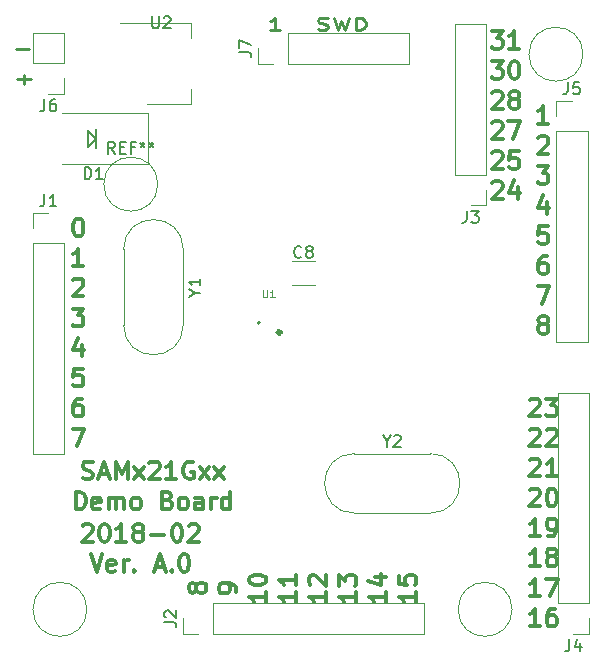
<source format=gto>
G04 #@! TF.FileFunction,Legend,Top*
%FSLAX46Y46*%
G04 Gerber Fmt 4.6, Leading zero omitted, Abs format (unit mm)*
G04 Created by KiCad (PCBNEW 4.0.6) date 02/27/18 09:20:59*
%MOMM*%
%LPD*%
G01*
G04 APERTURE LIST*
%ADD10C,0.100000*%
%ADD11C,0.200000*%
%ADD12C,0.300000*%
%ADD13C,0.250000*%
%ADD14C,0.120000*%
%ADD15C,0.170000*%
%ADD16C,0.400000*%
%ADD17C,0.150000*%
%ADD18C,0.050000*%
G04 APERTURE END LIST*
D10*
D11*
X117066060Y-70340220D02*
X117066060Y-71930260D01*
X117066060Y-71153020D02*
X116380260Y-70467220D01*
X116357400Y-71861680D02*
X117066060Y-71153020D01*
X116357400Y-70398640D02*
X116357400Y-71861680D01*
D12*
X115924630Y-103913629D02*
X115996059Y-103842200D01*
X116138916Y-103770771D01*
X116496059Y-103770771D01*
X116638916Y-103842200D01*
X116710345Y-103913629D01*
X116781773Y-104056486D01*
X116781773Y-104199343D01*
X116710345Y-104413629D01*
X115853202Y-105270771D01*
X116781773Y-105270771D01*
X117710344Y-103770771D02*
X117853201Y-103770771D01*
X117996058Y-103842200D01*
X118067487Y-103913629D01*
X118138916Y-104056486D01*
X118210344Y-104342200D01*
X118210344Y-104699343D01*
X118138916Y-104985057D01*
X118067487Y-105127914D01*
X117996058Y-105199343D01*
X117853201Y-105270771D01*
X117710344Y-105270771D01*
X117567487Y-105199343D01*
X117496058Y-105127914D01*
X117424630Y-104985057D01*
X117353201Y-104699343D01*
X117353201Y-104342200D01*
X117424630Y-104056486D01*
X117496058Y-103913629D01*
X117567487Y-103842200D01*
X117710344Y-103770771D01*
X119638915Y-105270771D02*
X118781772Y-105270771D01*
X119210344Y-105270771D02*
X119210344Y-103770771D01*
X119067487Y-103985057D01*
X118924629Y-104127914D01*
X118781772Y-104199343D01*
X120496058Y-104413629D02*
X120353200Y-104342200D01*
X120281772Y-104270771D01*
X120210343Y-104127914D01*
X120210343Y-104056486D01*
X120281772Y-103913629D01*
X120353200Y-103842200D01*
X120496058Y-103770771D01*
X120781772Y-103770771D01*
X120924629Y-103842200D01*
X120996058Y-103913629D01*
X121067486Y-104056486D01*
X121067486Y-104127914D01*
X120996058Y-104270771D01*
X120924629Y-104342200D01*
X120781772Y-104413629D01*
X120496058Y-104413629D01*
X120353200Y-104485057D01*
X120281772Y-104556486D01*
X120210343Y-104699343D01*
X120210343Y-104985057D01*
X120281772Y-105127914D01*
X120353200Y-105199343D01*
X120496058Y-105270771D01*
X120781772Y-105270771D01*
X120924629Y-105199343D01*
X120996058Y-105127914D01*
X121067486Y-104985057D01*
X121067486Y-104699343D01*
X120996058Y-104556486D01*
X120924629Y-104485057D01*
X120781772Y-104413629D01*
X121710343Y-104699343D02*
X122853200Y-104699343D01*
X123853200Y-103770771D02*
X123996057Y-103770771D01*
X124138914Y-103842200D01*
X124210343Y-103913629D01*
X124281772Y-104056486D01*
X124353200Y-104342200D01*
X124353200Y-104699343D01*
X124281772Y-104985057D01*
X124210343Y-105127914D01*
X124138914Y-105199343D01*
X123996057Y-105270771D01*
X123853200Y-105270771D01*
X123710343Y-105199343D01*
X123638914Y-105127914D01*
X123567486Y-104985057D01*
X123496057Y-104699343D01*
X123496057Y-104342200D01*
X123567486Y-104056486D01*
X123638914Y-103913629D01*
X123710343Y-103842200D01*
X123853200Y-103770771D01*
X124924628Y-103913629D02*
X124996057Y-103842200D01*
X125138914Y-103770771D01*
X125496057Y-103770771D01*
X125638914Y-103842200D01*
X125710343Y-103913629D01*
X125781771Y-104056486D01*
X125781771Y-104199343D01*
X125710343Y-104413629D01*
X124853200Y-105270771D01*
X125781771Y-105270771D01*
X116603201Y-106320771D02*
X117103201Y-107820771D01*
X117603201Y-106320771D01*
X118674629Y-107749343D02*
X118531772Y-107820771D01*
X118246058Y-107820771D01*
X118103201Y-107749343D01*
X118031772Y-107606486D01*
X118031772Y-107035057D01*
X118103201Y-106892200D01*
X118246058Y-106820771D01*
X118531772Y-106820771D01*
X118674629Y-106892200D01*
X118746058Y-107035057D01*
X118746058Y-107177914D01*
X118031772Y-107320771D01*
X119388915Y-107820771D02*
X119388915Y-106820771D01*
X119388915Y-107106486D02*
X119460343Y-106963629D01*
X119531772Y-106892200D01*
X119674629Y-106820771D01*
X119817486Y-106820771D01*
X120317486Y-107677914D02*
X120388914Y-107749343D01*
X120317486Y-107820771D01*
X120246057Y-107749343D01*
X120317486Y-107677914D01*
X120317486Y-107820771D01*
X122103200Y-107392200D02*
X122817486Y-107392200D01*
X121960343Y-107820771D02*
X122460343Y-106320771D01*
X122960343Y-107820771D01*
X123460343Y-107677914D02*
X123531771Y-107749343D01*
X123460343Y-107820771D01*
X123388914Y-107749343D01*
X123460343Y-107677914D01*
X123460343Y-107820771D01*
X124460343Y-106320771D02*
X124603200Y-106320771D01*
X124746057Y-106392200D01*
X124817486Y-106463629D01*
X124888915Y-106606486D01*
X124960343Y-106892200D01*
X124960343Y-107249343D01*
X124888915Y-107535057D01*
X124817486Y-107677914D01*
X124746057Y-107749343D01*
X124603200Y-107820771D01*
X124460343Y-107820771D01*
X124317486Y-107749343D01*
X124246057Y-107677914D01*
X124174629Y-107535057D01*
X124103200Y-107249343D01*
X124103200Y-106892200D01*
X124174629Y-106606486D01*
X124246057Y-106463629D01*
X124317486Y-106392200D01*
X124460343Y-106320771D01*
X150550715Y-62043571D02*
X151479286Y-62043571D01*
X150979286Y-62615000D01*
X151193572Y-62615000D01*
X151336429Y-62686429D01*
X151407858Y-62757857D01*
X151479286Y-62900714D01*
X151479286Y-63257857D01*
X151407858Y-63400714D01*
X151336429Y-63472143D01*
X151193572Y-63543571D01*
X150765000Y-63543571D01*
X150622143Y-63472143D01*
X150550715Y-63400714D01*
X152907857Y-63543571D02*
X152050714Y-63543571D01*
X152479286Y-63543571D02*
X152479286Y-62043571D01*
X152336429Y-62257857D01*
X152193571Y-62400714D01*
X152050714Y-62472143D01*
X150550715Y-64583571D02*
X151479286Y-64583571D01*
X150979286Y-65155000D01*
X151193572Y-65155000D01*
X151336429Y-65226429D01*
X151407858Y-65297857D01*
X151479286Y-65440714D01*
X151479286Y-65797857D01*
X151407858Y-65940714D01*
X151336429Y-66012143D01*
X151193572Y-66083571D01*
X150765000Y-66083571D01*
X150622143Y-66012143D01*
X150550715Y-65940714D01*
X152407857Y-64583571D02*
X152550714Y-64583571D01*
X152693571Y-64655000D01*
X152765000Y-64726429D01*
X152836429Y-64869286D01*
X152907857Y-65155000D01*
X152907857Y-65512143D01*
X152836429Y-65797857D01*
X152765000Y-65940714D01*
X152693571Y-66012143D01*
X152550714Y-66083571D01*
X152407857Y-66083571D01*
X152265000Y-66012143D01*
X152193571Y-65940714D01*
X152122143Y-65797857D01*
X152050714Y-65512143D01*
X152050714Y-65155000D01*
X152122143Y-64869286D01*
X152193571Y-64726429D01*
X152265000Y-64655000D01*
X152407857Y-64583571D01*
X150622143Y-67266429D02*
X150693572Y-67195000D01*
X150836429Y-67123571D01*
X151193572Y-67123571D01*
X151336429Y-67195000D01*
X151407858Y-67266429D01*
X151479286Y-67409286D01*
X151479286Y-67552143D01*
X151407858Y-67766429D01*
X150550715Y-68623571D01*
X151479286Y-68623571D01*
X152336429Y-67766429D02*
X152193571Y-67695000D01*
X152122143Y-67623571D01*
X152050714Y-67480714D01*
X152050714Y-67409286D01*
X152122143Y-67266429D01*
X152193571Y-67195000D01*
X152336429Y-67123571D01*
X152622143Y-67123571D01*
X152765000Y-67195000D01*
X152836429Y-67266429D01*
X152907857Y-67409286D01*
X152907857Y-67480714D01*
X152836429Y-67623571D01*
X152765000Y-67695000D01*
X152622143Y-67766429D01*
X152336429Y-67766429D01*
X152193571Y-67837857D01*
X152122143Y-67909286D01*
X152050714Y-68052143D01*
X152050714Y-68337857D01*
X152122143Y-68480714D01*
X152193571Y-68552143D01*
X152336429Y-68623571D01*
X152622143Y-68623571D01*
X152765000Y-68552143D01*
X152836429Y-68480714D01*
X152907857Y-68337857D01*
X152907857Y-68052143D01*
X152836429Y-67909286D01*
X152765000Y-67837857D01*
X152622143Y-67766429D01*
X150622143Y-69806429D02*
X150693572Y-69735000D01*
X150836429Y-69663571D01*
X151193572Y-69663571D01*
X151336429Y-69735000D01*
X151407858Y-69806429D01*
X151479286Y-69949286D01*
X151479286Y-70092143D01*
X151407858Y-70306429D01*
X150550715Y-71163571D01*
X151479286Y-71163571D01*
X151979286Y-69663571D02*
X152979286Y-69663571D01*
X152336429Y-71163571D01*
X150622143Y-72346429D02*
X150693572Y-72275000D01*
X150836429Y-72203571D01*
X151193572Y-72203571D01*
X151336429Y-72275000D01*
X151407858Y-72346429D01*
X151479286Y-72489286D01*
X151479286Y-72632143D01*
X151407858Y-72846429D01*
X150550715Y-73703571D01*
X151479286Y-73703571D01*
X152836429Y-72203571D02*
X152122143Y-72203571D01*
X152050714Y-72917857D01*
X152122143Y-72846429D01*
X152265000Y-72775000D01*
X152622143Y-72775000D01*
X152765000Y-72846429D01*
X152836429Y-72917857D01*
X152907857Y-73060714D01*
X152907857Y-73417857D01*
X152836429Y-73560714D01*
X152765000Y-73632143D01*
X152622143Y-73703571D01*
X152265000Y-73703571D01*
X152122143Y-73632143D01*
X152050714Y-73560714D01*
X150622143Y-74886429D02*
X150693572Y-74815000D01*
X150836429Y-74743571D01*
X151193572Y-74743571D01*
X151336429Y-74815000D01*
X151407858Y-74886429D01*
X151479286Y-75029286D01*
X151479286Y-75172143D01*
X151407858Y-75386429D01*
X150550715Y-76243571D01*
X151479286Y-76243571D01*
X152765000Y-75243571D02*
X152765000Y-76243571D01*
X152407857Y-74672143D02*
X152050714Y-75743571D01*
X152979286Y-75743571D01*
X115940629Y-99916143D02*
X116154915Y-99987571D01*
X116512058Y-99987571D01*
X116654915Y-99916143D01*
X116726344Y-99844714D01*
X116797772Y-99701857D01*
X116797772Y-99559000D01*
X116726344Y-99416143D01*
X116654915Y-99344714D01*
X116512058Y-99273286D01*
X116226344Y-99201857D01*
X116083486Y-99130429D01*
X116012058Y-99059000D01*
X115940629Y-98916143D01*
X115940629Y-98773286D01*
X116012058Y-98630429D01*
X116083486Y-98559000D01*
X116226344Y-98487571D01*
X116583486Y-98487571D01*
X116797772Y-98559000D01*
X117369200Y-99559000D02*
X118083486Y-99559000D01*
X117226343Y-99987571D02*
X117726343Y-98487571D01*
X118226343Y-99987571D01*
X118726343Y-99987571D02*
X118726343Y-98487571D01*
X119226343Y-99559000D01*
X119726343Y-98487571D01*
X119726343Y-99987571D01*
X120297772Y-99987571D02*
X121083486Y-98987571D01*
X120297772Y-98987571D02*
X121083486Y-99987571D01*
X121583486Y-98630429D02*
X121654915Y-98559000D01*
X121797772Y-98487571D01*
X122154915Y-98487571D01*
X122297772Y-98559000D01*
X122369201Y-98630429D01*
X122440629Y-98773286D01*
X122440629Y-98916143D01*
X122369201Y-99130429D01*
X121512058Y-99987571D01*
X122440629Y-99987571D01*
X123869200Y-99987571D02*
X123012057Y-99987571D01*
X123440629Y-99987571D02*
X123440629Y-98487571D01*
X123297772Y-98701857D01*
X123154914Y-98844714D01*
X123012057Y-98916143D01*
X125297771Y-98559000D02*
X125154914Y-98487571D01*
X124940628Y-98487571D01*
X124726343Y-98559000D01*
X124583485Y-98701857D01*
X124512057Y-98844714D01*
X124440628Y-99130429D01*
X124440628Y-99344714D01*
X124512057Y-99630429D01*
X124583485Y-99773286D01*
X124726343Y-99916143D01*
X124940628Y-99987571D01*
X125083485Y-99987571D01*
X125297771Y-99916143D01*
X125369200Y-99844714D01*
X125369200Y-99344714D01*
X125083485Y-99344714D01*
X125869200Y-99987571D02*
X126654914Y-98987571D01*
X125869200Y-98987571D02*
X126654914Y-99987571D01*
X127083486Y-99987571D02*
X127869200Y-98987571D01*
X127083486Y-98987571D02*
X127869200Y-99987571D01*
X115333486Y-102537571D02*
X115333486Y-101037571D01*
X115690629Y-101037571D01*
X115904914Y-101109000D01*
X116047772Y-101251857D01*
X116119200Y-101394714D01*
X116190629Y-101680429D01*
X116190629Y-101894714D01*
X116119200Y-102180429D01*
X116047772Y-102323286D01*
X115904914Y-102466143D01*
X115690629Y-102537571D01*
X115333486Y-102537571D01*
X117404914Y-102466143D02*
X117262057Y-102537571D01*
X116976343Y-102537571D01*
X116833486Y-102466143D01*
X116762057Y-102323286D01*
X116762057Y-101751857D01*
X116833486Y-101609000D01*
X116976343Y-101537571D01*
X117262057Y-101537571D01*
X117404914Y-101609000D01*
X117476343Y-101751857D01*
X117476343Y-101894714D01*
X116762057Y-102037571D01*
X118119200Y-102537571D02*
X118119200Y-101537571D01*
X118119200Y-101680429D02*
X118190628Y-101609000D01*
X118333486Y-101537571D01*
X118547771Y-101537571D01*
X118690628Y-101609000D01*
X118762057Y-101751857D01*
X118762057Y-102537571D01*
X118762057Y-101751857D02*
X118833486Y-101609000D01*
X118976343Y-101537571D01*
X119190628Y-101537571D01*
X119333486Y-101609000D01*
X119404914Y-101751857D01*
X119404914Y-102537571D01*
X120333486Y-102537571D02*
X120190628Y-102466143D01*
X120119200Y-102394714D01*
X120047771Y-102251857D01*
X120047771Y-101823286D01*
X120119200Y-101680429D01*
X120190628Y-101609000D01*
X120333486Y-101537571D01*
X120547771Y-101537571D01*
X120690628Y-101609000D01*
X120762057Y-101680429D01*
X120833486Y-101823286D01*
X120833486Y-102251857D01*
X120762057Y-102394714D01*
X120690628Y-102466143D01*
X120547771Y-102537571D01*
X120333486Y-102537571D01*
X123119200Y-101751857D02*
X123333486Y-101823286D01*
X123404914Y-101894714D01*
X123476343Y-102037571D01*
X123476343Y-102251857D01*
X123404914Y-102394714D01*
X123333486Y-102466143D01*
X123190628Y-102537571D01*
X122619200Y-102537571D01*
X122619200Y-101037571D01*
X123119200Y-101037571D01*
X123262057Y-101109000D01*
X123333486Y-101180429D01*
X123404914Y-101323286D01*
X123404914Y-101466143D01*
X123333486Y-101609000D01*
X123262057Y-101680429D01*
X123119200Y-101751857D01*
X122619200Y-101751857D01*
X124333486Y-102537571D02*
X124190628Y-102466143D01*
X124119200Y-102394714D01*
X124047771Y-102251857D01*
X124047771Y-101823286D01*
X124119200Y-101680429D01*
X124190628Y-101609000D01*
X124333486Y-101537571D01*
X124547771Y-101537571D01*
X124690628Y-101609000D01*
X124762057Y-101680429D01*
X124833486Y-101823286D01*
X124833486Y-102251857D01*
X124762057Y-102394714D01*
X124690628Y-102466143D01*
X124547771Y-102537571D01*
X124333486Y-102537571D01*
X126119200Y-102537571D02*
X126119200Y-101751857D01*
X126047771Y-101609000D01*
X125904914Y-101537571D01*
X125619200Y-101537571D01*
X125476343Y-101609000D01*
X126119200Y-102466143D02*
X125976343Y-102537571D01*
X125619200Y-102537571D01*
X125476343Y-102466143D01*
X125404914Y-102323286D01*
X125404914Y-102180429D01*
X125476343Y-102037571D01*
X125619200Y-101966143D01*
X125976343Y-101966143D01*
X126119200Y-101894714D01*
X126833486Y-102537571D02*
X126833486Y-101537571D01*
X126833486Y-101823286D02*
X126904914Y-101680429D01*
X126976343Y-101609000D01*
X127119200Y-101537571D01*
X127262057Y-101537571D01*
X128404914Y-102537571D02*
X128404914Y-101037571D01*
X128404914Y-102466143D02*
X128262057Y-102537571D01*
X127976343Y-102537571D01*
X127833485Y-102466143D01*
X127762057Y-102394714D01*
X127690628Y-102251857D01*
X127690628Y-101823286D01*
X127762057Y-101680429D01*
X127833485Y-101609000D01*
X127976343Y-101537571D01*
X128262057Y-101537571D01*
X128404914Y-101609000D01*
X155368572Y-69893571D02*
X154511429Y-69893571D01*
X154940001Y-69893571D02*
X154940001Y-68393571D01*
X154797144Y-68607857D01*
X154654286Y-68750714D01*
X154511429Y-68822143D01*
X154511429Y-71076429D02*
X154582858Y-71005000D01*
X154725715Y-70933571D01*
X155082858Y-70933571D01*
X155225715Y-71005000D01*
X155297144Y-71076429D01*
X155368572Y-71219286D01*
X155368572Y-71362143D01*
X155297144Y-71576429D01*
X154440001Y-72433571D01*
X155368572Y-72433571D01*
X154440001Y-73473571D02*
X155368572Y-73473571D01*
X154868572Y-74045000D01*
X155082858Y-74045000D01*
X155225715Y-74116429D01*
X155297144Y-74187857D01*
X155368572Y-74330714D01*
X155368572Y-74687857D01*
X155297144Y-74830714D01*
X155225715Y-74902143D01*
X155082858Y-74973571D01*
X154654286Y-74973571D01*
X154511429Y-74902143D01*
X154440001Y-74830714D01*
X155225715Y-76513571D02*
X155225715Y-77513571D01*
X154868572Y-75942143D02*
X154511429Y-77013571D01*
X155440001Y-77013571D01*
X155297144Y-78553571D02*
X154582858Y-78553571D01*
X154511429Y-79267857D01*
X154582858Y-79196429D01*
X154725715Y-79125000D01*
X155082858Y-79125000D01*
X155225715Y-79196429D01*
X155297144Y-79267857D01*
X155368572Y-79410714D01*
X155368572Y-79767857D01*
X155297144Y-79910714D01*
X155225715Y-79982143D01*
X155082858Y-80053571D01*
X154725715Y-80053571D01*
X154582858Y-79982143D01*
X154511429Y-79910714D01*
X155225715Y-81093571D02*
X154940001Y-81093571D01*
X154797144Y-81165000D01*
X154725715Y-81236429D01*
X154582858Y-81450714D01*
X154511429Y-81736429D01*
X154511429Y-82307857D01*
X154582858Y-82450714D01*
X154654286Y-82522143D01*
X154797144Y-82593571D01*
X155082858Y-82593571D01*
X155225715Y-82522143D01*
X155297144Y-82450714D01*
X155368572Y-82307857D01*
X155368572Y-81950714D01*
X155297144Y-81807857D01*
X155225715Y-81736429D01*
X155082858Y-81665000D01*
X154797144Y-81665000D01*
X154654286Y-81736429D01*
X154582858Y-81807857D01*
X154511429Y-81950714D01*
X154440001Y-83633571D02*
X155440001Y-83633571D01*
X154797144Y-85133571D01*
X115498572Y-77918571D02*
X115641429Y-77918571D01*
X115784286Y-77990000D01*
X115855715Y-78061429D01*
X115927144Y-78204286D01*
X115998572Y-78490000D01*
X115998572Y-78847143D01*
X115927144Y-79132857D01*
X115855715Y-79275714D01*
X115784286Y-79347143D01*
X115641429Y-79418571D01*
X115498572Y-79418571D01*
X115355715Y-79347143D01*
X115284286Y-79275714D01*
X115212858Y-79132857D01*
X115141429Y-78847143D01*
X115141429Y-78490000D01*
X115212858Y-78204286D01*
X115284286Y-78061429D01*
X115355715Y-77990000D01*
X115498572Y-77918571D01*
X115998572Y-81958571D02*
X115141429Y-81958571D01*
X115570001Y-81958571D02*
X115570001Y-80458571D01*
X115427144Y-80672857D01*
X115284286Y-80815714D01*
X115141429Y-80887143D01*
X115141429Y-83141429D02*
X115212858Y-83070000D01*
X115355715Y-82998571D01*
X115712858Y-82998571D01*
X115855715Y-83070000D01*
X115927144Y-83141429D01*
X115998572Y-83284286D01*
X115998572Y-83427143D01*
X115927144Y-83641429D01*
X115070001Y-84498571D01*
X115998572Y-84498571D01*
X115070001Y-85538571D02*
X115998572Y-85538571D01*
X115498572Y-86110000D01*
X115712858Y-86110000D01*
X115855715Y-86181429D01*
X115927144Y-86252857D01*
X115998572Y-86395714D01*
X115998572Y-86752857D01*
X115927144Y-86895714D01*
X115855715Y-86967143D01*
X115712858Y-87038571D01*
X115284286Y-87038571D01*
X115141429Y-86967143D01*
X115070001Y-86895714D01*
X115855715Y-88578571D02*
X115855715Y-89578571D01*
X115498572Y-88007143D02*
X115141429Y-89078571D01*
X116070001Y-89078571D01*
X115927144Y-90618571D02*
X115212858Y-90618571D01*
X115141429Y-91332857D01*
X115212858Y-91261429D01*
X115355715Y-91190000D01*
X115712858Y-91190000D01*
X115855715Y-91261429D01*
X115927144Y-91332857D01*
X115998572Y-91475714D01*
X115998572Y-91832857D01*
X115927144Y-91975714D01*
X115855715Y-92047143D01*
X115712858Y-92118571D01*
X115355715Y-92118571D01*
X115212858Y-92047143D01*
X115141429Y-91975714D01*
X115855715Y-93158571D02*
X115570001Y-93158571D01*
X115427144Y-93230000D01*
X115355715Y-93301429D01*
X115212858Y-93515714D01*
X115141429Y-93801429D01*
X115141429Y-94372857D01*
X115212858Y-94515714D01*
X115284286Y-94587143D01*
X115427144Y-94658571D01*
X115712858Y-94658571D01*
X115855715Y-94587143D01*
X115927144Y-94515714D01*
X115998572Y-94372857D01*
X115998572Y-94015714D01*
X115927144Y-93872857D01*
X115855715Y-93801429D01*
X115712858Y-93730000D01*
X115427144Y-93730000D01*
X115284286Y-93801429D01*
X115212858Y-93872857D01*
X115141429Y-94015714D01*
X115070001Y-95698571D02*
X116070001Y-95698571D01*
X115427144Y-97198571D01*
X144188571Y-109505714D02*
X144188571Y-110362857D01*
X144188571Y-109934285D02*
X142688571Y-109934285D01*
X142902857Y-110077142D01*
X143045714Y-110220000D01*
X143117143Y-110362857D01*
X142688571Y-108148571D02*
X142688571Y-108862857D01*
X143402857Y-108934286D01*
X143331429Y-108862857D01*
X143260000Y-108720000D01*
X143260000Y-108362857D01*
X143331429Y-108220000D01*
X143402857Y-108148571D01*
X143545714Y-108077143D01*
X143902857Y-108077143D01*
X144045714Y-108148571D01*
X144117143Y-108220000D01*
X144188571Y-108362857D01*
X144188571Y-108720000D01*
X144117143Y-108862857D01*
X144045714Y-108934286D01*
X141648571Y-109505714D02*
X141648571Y-110362857D01*
X141648571Y-109934285D02*
X140148571Y-109934285D01*
X140362857Y-110077142D01*
X140505714Y-110220000D01*
X140577143Y-110362857D01*
X140648571Y-108220000D02*
X141648571Y-108220000D01*
X140077143Y-108577143D02*
X141148571Y-108934286D01*
X141148571Y-108005714D01*
X139108571Y-109505714D02*
X139108571Y-110362857D01*
X139108571Y-109934285D02*
X137608571Y-109934285D01*
X137822857Y-110077142D01*
X137965714Y-110220000D01*
X138037143Y-110362857D01*
X137608571Y-109005714D02*
X137608571Y-108077143D01*
X138180000Y-108577143D01*
X138180000Y-108362857D01*
X138251429Y-108220000D01*
X138322857Y-108148571D01*
X138465714Y-108077143D01*
X138822857Y-108077143D01*
X138965714Y-108148571D01*
X139037143Y-108220000D01*
X139108571Y-108362857D01*
X139108571Y-108791429D01*
X139037143Y-108934286D01*
X138965714Y-109005714D01*
X136568571Y-109505714D02*
X136568571Y-110362857D01*
X136568571Y-109934285D02*
X135068571Y-109934285D01*
X135282857Y-110077142D01*
X135425714Y-110220000D01*
X135497143Y-110362857D01*
X135211429Y-108934286D02*
X135140000Y-108862857D01*
X135068571Y-108720000D01*
X135068571Y-108362857D01*
X135140000Y-108220000D01*
X135211429Y-108148571D01*
X135354286Y-108077143D01*
X135497143Y-108077143D01*
X135711429Y-108148571D01*
X136568571Y-109005714D01*
X136568571Y-108077143D01*
X134028571Y-109505714D02*
X134028571Y-110362857D01*
X134028571Y-109934285D02*
X132528571Y-109934285D01*
X132742857Y-110077142D01*
X132885714Y-110220000D01*
X132957143Y-110362857D01*
X134028571Y-108077143D02*
X134028571Y-108934286D01*
X134028571Y-108505714D02*
X132528571Y-108505714D01*
X132742857Y-108648571D01*
X132885714Y-108791429D01*
X132957143Y-108934286D01*
X131488571Y-109505714D02*
X131488571Y-110362857D01*
X131488571Y-109934285D02*
X129988571Y-109934285D01*
X130202857Y-110077142D01*
X130345714Y-110220000D01*
X130417143Y-110362857D01*
X129988571Y-108577143D02*
X129988571Y-108434286D01*
X130060000Y-108291429D01*
X130131429Y-108220000D01*
X130274286Y-108148571D01*
X130560000Y-108077143D01*
X130917143Y-108077143D01*
X131202857Y-108148571D01*
X131345714Y-108220000D01*
X131417143Y-108291429D01*
X131488571Y-108434286D01*
X131488571Y-108577143D01*
X131417143Y-108720000D01*
X131345714Y-108791429D01*
X131202857Y-108862857D01*
X130917143Y-108934286D01*
X130560000Y-108934286D01*
X130274286Y-108862857D01*
X130131429Y-108791429D01*
X130060000Y-108720000D01*
X129988571Y-108577143D01*
X128948571Y-109505714D02*
X128948571Y-109219999D01*
X128877143Y-109077142D01*
X128805714Y-109005714D01*
X128591429Y-108862856D01*
X128305714Y-108791428D01*
X127734286Y-108791428D01*
X127591429Y-108862856D01*
X127520000Y-108934285D01*
X127448571Y-109077142D01*
X127448571Y-109362856D01*
X127520000Y-109505714D01*
X127591429Y-109577142D01*
X127734286Y-109648571D01*
X128091429Y-109648571D01*
X128234286Y-109577142D01*
X128305714Y-109505714D01*
X128377143Y-109362856D01*
X128377143Y-109077142D01*
X128305714Y-108934285D01*
X128234286Y-108862856D01*
X128091429Y-108791428D01*
X125551429Y-109312056D02*
X125480000Y-109454914D01*
X125408571Y-109526342D01*
X125265714Y-109597771D01*
X125194286Y-109597771D01*
X125051429Y-109526342D01*
X124980000Y-109454914D01*
X124908571Y-109312056D01*
X124908571Y-109026342D01*
X124980000Y-108883485D01*
X125051429Y-108812056D01*
X125194286Y-108740628D01*
X125265714Y-108740628D01*
X125408571Y-108812056D01*
X125480000Y-108883485D01*
X125551429Y-109026342D01*
X125551429Y-109312056D01*
X125622857Y-109454914D01*
X125694286Y-109526342D01*
X125837143Y-109597771D01*
X126122857Y-109597771D01*
X126265714Y-109526342D01*
X126337143Y-109454914D01*
X126408571Y-109312056D01*
X126408571Y-109026342D01*
X126337143Y-108883485D01*
X126265714Y-108812056D01*
X126122857Y-108740628D01*
X125837143Y-108740628D01*
X125694286Y-108812056D01*
X125622857Y-108883485D01*
X125551429Y-109026342D01*
D13*
X110274172Y-63571429D02*
X111417029Y-63571429D01*
X110375772Y-66111429D02*
X111518629Y-66111429D01*
X110947200Y-66492381D02*
X110947200Y-65730476D01*
X132610172Y-61920381D02*
X131753029Y-61920381D01*
X132181601Y-61920381D02*
X132181601Y-60920381D01*
X132038744Y-61063238D01*
X131895886Y-61158476D01*
X131753029Y-61206095D01*
X135835486Y-61872762D02*
X136049772Y-61920381D01*
X136406915Y-61920381D01*
X136549772Y-61872762D01*
X136621201Y-61825143D01*
X136692629Y-61729905D01*
X136692629Y-61634667D01*
X136621201Y-61539429D01*
X136549772Y-61491810D01*
X136406915Y-61444190D01*
X136121201Y-61396571D01*
X135978343Y-61348952D01*
X135906915Y-61301333D01*
X135835486Y-61206095D01*
X135835486Y-61110857D01*
X135906915Y-61015619D01*
X135978343Y-60968000D01*
X136121201Y-60920381D01*
X136478343Y-60920381D01*
X136692629Y-60968000D01*
X137192629Y-60920381D02*
X137549772Y-61920381D01*
X137835486Y-61206095D01*
X138121200Y-61920381D01*
X138478343Y-60920381D01*
X139049772Y-61920381D02*
X139049772Y-60920381D01*
X139406915Y-60920381D01*
X139621200Y-60968000D01*
X139764058Y-61063238D01*
X139835486Y-61158476D01*
X139906915Y-61348952D01*
X139906915Y-61491810D01*
X139835486Y-61682286D01*
X139764058Y-61777524D01*
X139621200Y-61872762D01*
X139406915Y-61920381D01*
X139049772Y-61920381D01*
D12*
X154797144Y-86816429D02*
X154654286Y-86745000D01*
X154582858Y-86673571D01*
X154511429Y-86530714D01*
X154511429Y-86459286D01*
X154582858Y-86316429D01*
X154654286Y-86245000D01*
X154797144Y-86173571D01*
X155082858Y-86173571D01*
X155225715Y-86245000D01*
X155297144Y-86316429D01*
X155368572Y-86459286D01*
X155368572Y-86530714D01*
X155297144Y-86673571D01*
X155225715Y-86745000D01*
X155082858Y-86816429D01*
X154797144Y-86816429D01*
X154654286Y-86887857D01*
X154582858Y-86959286D01*
X154511429Y-87102143D01*
X154511429Y-87387857D01*
X154582858Y-87530714D01*
X154654286Y-87602143D01*
X154797144Y-87673571D01*
X155082858Y-87673571D01*
X155225715Y-87602143D01*
X155297144Y-87530714D01*
X155368572Y-87387857D01*
X155368572Y-87102143D01*
X155297144Y-86959286D01*
X155225715Y-86887857D01*
X155082858Y-86816429D01*
X153797143Y-93301429D02*
X153868572Y-93230000D01*
X154011429Y-93158571D01*
X154368572Y-93158571D01*
X154511429Y-93230000D01*
X154582858Y-93301429D01*
X154654286Y-93444286D01*
X154654286Y-93587143D01*
X154582858Y-93801429D01*
X153725715Y-94658571D01*
X154654286Y-94658571D01*
X155154286Y-93158571D02*
X156082857Y-93158571D01*
X155582857Y-93730000D01*
X155797143Y-93730000D01*
X155940000Y-93801429D01*
X156011429Y-93872857D01*
X156082857Y-94015714D01*
X156082857Y-94372857D01*
X156011429Y-94515714D01*
X155940000Y-94587143D01*
X155797143Y-94658571D01*
X155368571Y-94658571D01*
X155225714Y-94587143D01*
X155154286Y-94515714D01*
X153797143Y-95841429D02*
X153868572Y-95770000D01*
X154011429Y-95698571D01*
X154368572Y-95698571D01*
X154511429Y-95770000D01*
X154582858Y-95841429D01*
X154654286Y-95984286D01*
X154654286Y-96127143D01*
X154582858Y-96341429D01*
X153725715Y-97198571D01*
X154654286Y-97198571D01*
X155225714Y-95841429D02*
X155297143Y-95770000D01*
X155440000Y-95698571D01*
X155797143Y-95698571D01*
X155940000Y-95770000D01*
X156011429Y-95841429D01*
X156082857Y-95984286D01*
X156082857Y-96127143D01*
X156011429Y-96341429D01*
X155154286Y-97198571D01*
X156082857Y-97198571D01*
X153797143Y-98381429D02*
X153868572Y-98310000D01*
X154011429Y-98238571D01*
X154368572Y-98238571D01*
X154511429Y-98310000D01*
X154582858Y-98381429D01*
X154654286Y-98524286D01*
X154654286Y-98667143D01*
X154582858Y-98881429D01*
X153725715Y-99738571D01*
X154654286Y-99738571D01*
X156082857Y-99738571D02*
X155225714Y-99738571D01*
X155654286Y-99738571D02*
X155654286Y-98238571D01*
X155511429Y-98452857D01*
X155368571Y-98595714D01*
X155225714Y-98667143D01*
X153797143Y-100921429D02*
X153868572Y-100850000D01*
X154011429Y-100778571D01*
X154368572Y-100778571D01*
X154511429Y-100850000D01*
X154582858Y-100921429D01*
X154654286Y-101064286D01*
X154654286Y-101207143D01*
X154582858Y-101421429D01*
X153725715Y-102278571D01*
X154654286Y-102278571D01*
X155582857Y-100778571D02*
X155725714Y-100778571D01*
X155868571Y-100850000D01*
X155940000Y-100921429D01*
X156011429Y-101064286D01*
X156082857Y-101350000D01*
X156082857Y-101707143D01*
X156011429Y-101992857D01*
X155940000Y-102135714D01*
X155868571Y-102207143D01*
X155725714Y-102278571D01*
X155582857Y-102278571D01*
X155440000Y-102207143D01*
X155368571Y-102135714D01*
X155297143Y-101992857D01*
X155225714Y-101707143D01*
X155225714Y-101350000D01*
X155297143Y-101064286D01*
X155368571Y-100921429D01*
X155440000Y-100850000D01*
X155582857Y-100778571D01*
X154654286Y-104818571D02*
X153797143Y-104818571D01*
X154225715Y-104818571D02*
X154225715Y-103318571D01*
X154082858Y-103532857D01*
X153940000Y-103675714D01*
X153797143Y-103747143D01*
X155368571Y-104818571D02*
X155654286Y-104818571D01*
X155797143Y-104747143D01*
X155868571Y-104675714D01*
X156011429Y-104461429D01*
X156082857Y-104175714D01*
X156082857Y-103604286D01*
X156011429Y-103461429D01*
X155940000Y-103390000D01*
X155797143Y-103318571D01*
X155511429Y-103318571D01*
X155368571Y-103390000D01*
X155297143Y-103461429D01*
X155225714Y-103604286D01*
X155225714Y-103961429D01*
X155297143Y-104104286D01*
X155368571Y-104175714D01*
X155511429Y-104247143D01*
X155797143Y-104247143D01*
X155940000Y-104175714D01*
X156011429Y-104104286D01*
X156082857Y-103961429D01*
X154654286Y-107358571D02*
X153797143Y-107358571D01*
X154225715Y-107358571D02*
X154225715Y-105858571D01*
X154082858Y-106072857D01*
X153940000Y-106215714D01*
X153797143Y-106287143D01*
X155511429Y-106501429D02*
X155368571Y-106430000D01*
X155297143Y-106358571D01*
X155225714Y-106215714D01*
X155225714Y-106144286D01*
X155297143Y-106001429D01*
X155368571Y-105930000D01*
X155511429Y-105858571D01*
X155797143Y-105858571D01*
X155940000Y-105930000D01*
X156011429Y-106001429D01*
X156082857Y-106144286D01*
X156082857Y-106215714D01*
X156011429Y-106358571D01*
X155940000Y-106430000D01*
X155797143Y-106501429D01*
X155511429Y-106501429D01*
X155368571Y-106572857D01*
X155297143Y-106644286D01*
X155225714Y-106787143D01*
X155225714Y-107072857D01*
X155297143Y-107215714D01*
X155368571Y-107287143D01*
X155511429Y-107358571D01*
X155797143Y-107358571D01*
X155940000Y-107287143D01*
X156011429Y-107215714D01*
X156082857Y-107072857D01*
X156082857Y-106787143D01*
X156011429Y-106644286D01*
X155940000Y-106572857D01*
X155797143Y-106501429D01*
X154654286Y-109898571D02*
X153797143Y-109898571D01*
X154225715Y-109898571D02*
X154225715Y-108398571D01*
X154082858Y-108612857D01*
X153940000Y-108755714D01*
X153797143Y-108827143D01*
X155154286Y-108398571D02*
X156154286Y-108398571D01*
X155511429Y-109898571D01*
X154654286Y-112438571D02*
X153797143Y-112438571D01*
X154225715Y-112438571D02*
X154225715Y-110938571D01*
X154082858Y-111152857D01*
X153940000Y-111295714D01*
X153797143Y-111367143D01*
X155940000Y-110938571D02*
X155654286Y-110938571D01*
X155511429Y-111010000D01*
X155440000Y-111081429D01*
X155297143Y-111295714D01*
X155225714Y-111581429D01*
X155225714Y-112152857D01*
X155297143Y-112295714D01*
X155368571Y-112367143D01*
X155511429Y-112438571D01*
X155797143Y-112438571D01*
X155940000Y-112367143D01*
X156011429Y-112295714D01*
X156082857Y-112152857D01*
X156082857Y-111795714D01*
X156011429Y-111652857D01*
X155940000Y-111581429D01*
X155797143Y-111510000D01*
X155511429Y-111510000D01*
X155368571Y-111581429D01*
X155297143Y-111652857D01*
X155225714Y-111795714D01*
D14*
X158286000Y-64000000D02*
G75*
G03X158286000Y-64000000I-2286000J0D01*
G01*
X121440000Y-73270000D02*
X121440000Y-68970000D01*
X121440000Y-68970000D02*
X114140000Y-68970000D01*
X121440000Y-73270000D02*
X114140000Y-73270000D01*
X125100000Y-68180000D02*
X125100000Y-66920000D01*
X125100000Y-61360000D02*
X125100000Y-62620000D01*
X121340000Y-68180000D02*
X125100000Y-68180000D01*
X119090000Y-61360000D02*
X125100000Y-61360000D01*
X135620000Y-81530000D02*
X133620000Y-81530000D01*
X133620000Y-83570000D02*
X135620000Y-83570000D01*
X114360000Y-62170000D02*
X111700000Y-62170000D01*
X114360000Y-64770000D02*
X114360000Y-62170000D01*
X111700000Y-64770000D02*
X111700000Y-62170000D01*
X114360000Y-64770000D02*
X111700000Y-64770000D01*
X114360000Y-66040000D02*
X114360000Y-67370000D01*
X114360000Y-67370000D02*
X113030000Y-67370000D01*
D15*
X130930000Y-86717000D02*
G75*
G03X130930000Y-86717000I-100000J0D01*
G01*
D16*
X132684000Y-87542000D02*
G75*
G03X132684000Y-87542000I-127000J0D01*
G01*
D14*
X124445000Y-80520000D02*
X124445000Y-86920000D01*
X119395000Y-80520000D02*
X119395000Y-86920000D01*
X119395000Y-80520000D02*
G75*
G02X124445000Y-80520000I2525000J0D01*
G01*
X119395000Y-86920000D02*
G75*
G03X124445000Y-86920000I2525000J0D01*
G01*
X138940000Y-97805000D02*
X145340000Y-97805000D01*
X138940000Y-102855000D02*
X145340000Y-102855000D01*
X138940000Y-102855000D02*
G75*
G02X138940000Y-97805000I0J2525000D01*
G01*
X145340000Y-102855000D02*
G75*
G03X145340000Y-97805000I0J2525000D01*
G01*
X111700000Y-97850000D02*
X114360000Y-97850000D01*
X111700000Y-80010000D02*
X111700000Y-97850000D01*
X114360000Y-80010000D02*
X114360000Y-97850000D01*
X111700000Y-80010000D02*
X114360000Y-80010000D01*
X111700000Y-78740000D02*
X111700000Y-77410000D01*
X111700000Y-77410000D02*
X113030000Y-77410000D01*
X144840000Y-113090000D02*
X144840000Y-110430000D01*
X127000000Y-113090000D02*
X144840000Y-113090000D01*
X127000000Y-110430000D02*
X144840000Y-110430000D01*
X127000000Y-113090000D02*
X127000000Y-110430000D01*
X125730000Y-113090000D02*
X124400000Y-113090000D01*
X124400000Y-113090000D02*
X124400000Y-111760000D01*
X150110500Y-61446100D02*
X147450500Y-61446100D01*
X150110500Y-74206100D02*
X150110500Y-61446100D01*
X147450500Y-74206100D02*
X147450500Y-61446100D01*
X150110500Y-74206100D02*
X147450500Y-74206100D01*
X150110500Y-75476100D02*
X150110500Y-76806100D01*
X150110500Y-76806100D02*
X148780500Y-76806100D01*
X158810000Y-92650000D02*
X156150000Y-92650000D01*
X158810000Y-110490000D02*
X158810000Y-92650000D01*
X156150000Y-110490000D02*
X156150000Y-92650000D01*
X158810000Y-110490000D02*
X156150000Y-110490000D01*
X158810000Y-111760000D02*
X158810000Y-113090000D01*
X158810000Y-113090000D02*
X157480000Y-113090000D01*
X156023000Y-88363100D02*
X158683000Y-88363100D01*
X156023000Y-70523100D02*
X156023000Y-88363100D01*
X158683000Y-70523100D02*
X158683000Y-88363100D01*
X156023000Y-70523100D02*
X158683000Y-70523100D01*
X156023000Y-69253100D02*
X156023000Y-67923100D01*
X156023000Y-67923100D02*
X157353000Y-67923100D01*
X143570000Y-64830000D02*
X143570000Y-62170000D01*
X133350000Y-64830000D02*
X143570000Y-64830000D01*
X133350000Y-62170000D02*
X143570000Y-62170000D01*
X133350000Y-64830000D02*
X133350000Y-62170000D01*
X132080000Y-64830000D02*
X130750000Y-64830000D01*
X130750000Y-64830000D02*
X130750000Y-63500000D01*
X116286000Y-111000000D02*
G75*
G03X116286000Y-111000000I-2286000J0D01*
G01*
X152286000Y-111000000D02*
G75*
G03X152286000Y-111000000I-2286000J0D01*
G01*
X122286000Y-75000000D02*
G75*
G03X122286000Y-75000000I-2286000J0D01*
G01*
D17*
X116101905Y-74572381D02*
X116101905Y-73572381D01*
X116340000Y-73572381D01*
X116482858Y-73620000D01*
X116578096Y-73715238D01*
X116625715Y-73810476D01*
X116673334Y-74000952D01*
X116673334Y-74143810D01*
X116625715Y-74334286D01*
X116578096Y-74429524D01*
X116482858Y-74524762D01*
X116340000Y-74572381D01*
X116101905Y-74572381D01*
X117625715Y-74572381D02*
X117054286Y-74572381D01*
X117340000Y-74572381D02*
X117340000Y-73572381D01*
X117244762Y-73715238D01*
X117149524Y-73810476D01*
X117054286Y-73858095D01*
X121803255Y-60798461D02*
X121803255Y-61607985D01*
X121850874Y-61703223D01*
X121898493Y-61750842D01*
X121993731Y-61798461D01*
X122184208Y-61798461D01*
X122279446Y-61750842D01*
X122327065Y-61703223D01*
X122374684Y-61607985D01*
X122374684Y-60798461D01*
X122803255Y-60893699D02*
X122850874Y-60846080D01*
X122946112Y-60798461D01*
X123184208Y-60798461D01*
X123279446Y-60846080D01*
X123327065Y-60893699D01*
X123374684Y-60988937D01*
X123374684Y-61084175D01*
X123327065Y-61227032D01*
X122755636Y-61798461D01*
X123374684Y-61798461D01*
X134453334Y-81157143D02*
X134405715Y-81204762D01*
X134262858Y-81252381D01*
X134167620Y-81252381D01*
X134024762Y-81204762D01*
X133929524Y-81109524D01*
X133881905Y-81014286D01*
X133834286Y-80823810D01*
X133834286Y-80680952D01*
X133881905Y-80490476D01*
X133929524Y-80395238D01*
X134024762Y-80300000D01*
X134167620Y-80252381D01*
X134262858Y-80252381D01*
X134405715Y-80300000D01*
X134453334Y-80347619D01*
X135024762Y-80680952D02*
X134929524Y-80633333D01*
X134881905Y-80585714D01*
X134834286Y-80490476D01*
X134834286Y-80442857D01*
X134881905Y-80347619D01*
X134929524Y-80300000D01*
X135024762Y-80252381D01*
X135215239Y-80252381D01*
X135310477Y-80300000D01*
X135358096Y-80347619D01*
X135405715Y-80442857D01*
X135405715Y-80490476D01*
X135358096Y-80585714D01*
X135310477Y-80633333D01*
X135215239Y-80680952D01*
X135024762Y-80680952D01*
X134929524Y-80728571D01*
X134881905Y-80776190D01*
X134834286Y-80871429D01*
X134834286Y-81061905D01*
X134881905Y-81157143D01*
X134929524Y-81204762D01*
X135024762Y-81252381D01*
X135215239Y-81252381D01*
X135310477Y-81204762D01*
X135358096Y-81157143D01*
X135405715Y-81061905D01*
X135405715Y-80871429D01*
X135358096Y-80776190D01*
X135310477Y-80728571D01*
X135215239Y-80680952D01*
X112696667Y-67822381D02*
X112696667Y-68536667D01*
X112649047Y-68679524D01*
X112553809Y-68774762D01*
X112410952Y-68822381D01*
X112315714Y-68822381D01*
X113601429Y-67822381D02*
X113410952Y-67822381D01*
X113315714Y-67870000D01*
X113268095Y-67917619D01*
X113172857Y-68060476D01*
X113125238Y-68250952D01*
X113125238Y-68631905D01*
X113172857Y-68727143D01*
X113220476Y-68774762D01*
X113315714Y-68822381D01*
X113506191Y-68822381D01*
X113601429Y-68774762D01*
X113649048Y-68727143D01*
X113696667Y-68631905D01*
X113696667Y-68393810D01*
X113649048Y-68298571D01*
X113601429Y-68250952D01*
X113506191Y-68203333D01*
X113315714Y-68203333D01*
X113220476Y-68250952D01*
X113172857Y-68298571D01*
X113125238Y-68393810D01*
D18*
X131172003Y-83953532D02*
X131172003Y-84472709D01*
X131202543Y-84533789D01*
X131233083Y-84564328D01*
X131294162Y-84594868D01*
X131416322Y-84594868D01*
X131477401Y-84564328D01*
X131507941Y-84533789D01*
X131538481Y-84472709D01*
X131538481Y-83953532D01*
X132179817Y-84594868D02*
X131813339Y-84594868D01*
X131996578Y-84594868D02*
X131996578Y-83953532D01*
X131935498Y-84045152D01*
X131874419Y-84106231D01*
X131813339Y-84136771D01*
D17*
X125421190Y-84196191D02*
X125897381Y-84196191D01*
X124897381Y-84529524D02*
X125421190Y-84196191D01*
X124897381Y-83862857D01*
X125897381Y-83005714D02*
X125897381Y-83577143D01*
X125897381Y-83291429D02*
X124897381Y-83291429D01*
X125040238Y-83386667D01*
X125135476Y-83481905D01*
X125183095Y-83577143D01*
X141663809Y-96781190D02*
X141663809Y-97257381D01*
X141330476Y-96257381D02*
X141663809Y-96781190D01*
X141997143Y-96257381D01*
X142282857Y-96352619D02*
X142330476Y-96305000D01*
X142425714Y-96257381D01*
X142663810Y-96257381D01*
X142759048Y-96305000D01*
X142806667Y-96352619D01*
X142854286Y-96447857D01*
X142854286Y-96543095D01*
X142806667Y-96685952D01*
X142235238Y-97257381D01*
X142854286Y-97257381D01*
X112696667Y-75862381D02*
X112696667Y-76576667D01*
X112649047Y-76719524D01*
X112553809Y-76814762D01*
X112410952Y-76862381D01*
X112315714Y-76862381D01*
X113696667Y-76862381D02*
X113125238Y-76862381D01*
X113410952Y-76862381D02*
X113410952Y-75862381D01*
X113315714Y-76005238D01*
X113220476Y-76100476D01*
X113125238Y-76148095D01*
X122852381Y-112093333D02*
X123566667Y-112093333D01*
X123709524Y-112140953D01*
X123804762Y-112236191D01*
X123852381Y-112379048D01*
X123852381Y-112474286D01*
X122947619Y-111664762D02*
X122900000Y-111617143D01*
X122852381Y-111521905D01*
X122852381Y-111283809D01*
X122900000Y-111188571D01*
X122947619Y-111140952D01*
X123042857Y-111093333D01*
X123138095Y-111093333D01*
X123280952Y-111140952D01*
X123852381Y-111712381D01*
X123852381Y-111093333D01*
X148447167Y-77258481D02*
X148447167Y-77972767D01*
X148399547Y-78115624D01*
X148304309Y-78210862D01*
X148161452Y-78258481D01*
X148066214Y-78258481D01*
X148828119Y-77258481D02*
X149447167Y-77258481D01*
X149113833Y-77639433D01*
X149256691Y-77639433D01*
X149351929Y-77687052D01*
X149399548Y-77734671D01*
X149447167Y-77829910D01*
X149447167Y-78068005D01*
X149399548Y-78163243D01*
X149351929Y-78210862D01*
X149256691Y-78258481D01*
X148970976Y-78258481D01*
X148875738Y-78210862D01*
X148828119Y-78163243D01*
X157146667Y-113542381D02*
X157146667Y-114256667D01*
X157099047Y-114399524D01*
X157003809Y-114494762D01*
X156860952Y-114542381D01*
X156765714Y-114542381D01*
X158051429Y-113875714D02*
X158051429Y-114542381D01*
X157813333Y-113494762D02*
X157575238Y-114209048D01*
X158194286Y-114209048D01*
X157019667Y-66375481D02*
X157019667Y-67089767D01*
X156972047Y-67232624D01*
X156876809Y-67327862D01*
X156733952Y-67375481D01*
X156638714Y-67375481D01*
X157972048Y-66375481D02*
X157495857Y-66375481D01*
X157448238Y-66851671D01*
X157495857Y-66804052D01*
X157591095Y-66756433D01*
X157829191Y-66756433D01*
X157924429Y-66804052D01*
X157972048Y-66851671D01*
X158019667Y-66946910D01*
X158019667Y-67185005D01*
X157972048Y-67280243D01*
X157924429Y-67327862D01*
X157829191Y-67375481D01*
X157591095Y-67375481D01*
X157495857Y-67327862D01*
X157448238Y-67280243D01*
X129202381Y-63833333D02*
X129916667Y-63833333D01*
X130059524Y-63880953D01*
X130154762Y-63976191D01*
X130202381Y-64119048D01*
X130202381Y-64214286D01*
X129202381Y-63452381D02*
X129202381Y-62785714D01*
X130202381Y-63214286D01*
X118666667Y-72404381D02*
X118333333Y-71928190D01*
X118095238Y-72404381D02*
X118095238Y-71404381D01*
X118476191Y-71404381D01*
X118571429Y-71452000D01*
X118619048Y-71499619D01*
X118666667Y-71594857D01*
X118666667Y-71737714D01*
X118619048Y-71832952D01*
X118571429Y-71880571D01*
X118476191Y-71928190D01*
X118095238Y-71928190D01*
X119095238Y-71880571D02*
X119428572Y-71880571D01*
X119571429Y-72404381D02*
X119095238Y-72404381D01*
X119095238Y-71404381D01*
X119571429Y-71404381D01*
X120333334Y-71880571D02*
X120000000Y-71880571D01*
X120000000Y-72404381D02*
X120000000Y-71404381D01*
X120476191Y-71404381D01*
X121000000Y-71404381D02*
X121000000Y-71642476D01*
X120761905Y-71547238D02*
X121000000Y-71642476D01*
X121238096Y-71547238D01*
X120857143Y-71832952D02*
X121000000Y-71642476D01*
X121142858Y-71832952D01*
X121761905Y-71404381D02*
X121761905Y-71642476D01*
X121523810Y-71547238D02*
X121761905Y-71642476D01*
X122000001Y-71547238D01*
X121619048Y-71832952D02*
X121761905Y-71642476D01*
X121904763Y-71832952D01*
M02*

</source>
